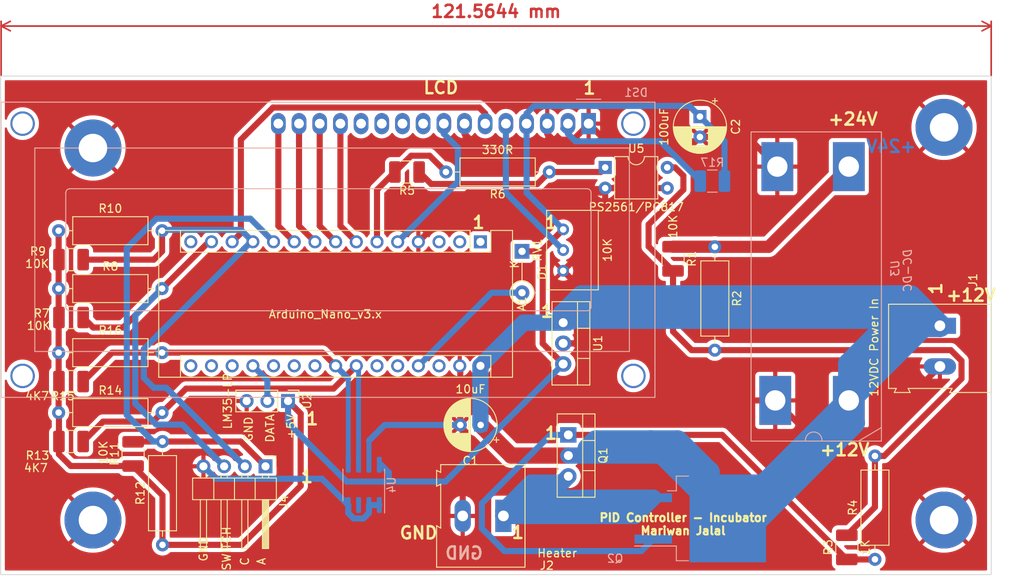
<source format=kicad_pcb>
(kicad_pcb (version 20211014) (generator pcbnew)
  (title_block (title "Incubator with PID controller using Arduino") (date "2020-08-28") (rev "1.0"))
  (layers (0 "F.Cu" signal) (31 "B.Cu" signal) (34 "B.Paste" user) (35 "F.Paste" user) (36 "B.SilkS" user "B.Silkscreen") (37 "F.SilkS" user "F.Silkscreen") (38 "B.Mask" user) (39 "F.Mask" user) (44 "Edge.Cuts" user))
  (net 0 "")
  (net 1 "/ROTARY_SWITCH")
  (net 2 "GND")
  (net 3 "/A")
  (net 4 "+5V")
  (net 5 "PWM_Signal")
  (net 6 "+24V")
  (net 7 "Net-(Q1-Pad1)")
  (net 8 "SCL")
  (net 9 "Net-(DS1-Pad5)")
  (net 10 "+12V")
  (net 11 "/HeaterPowerOut")
  (net 12 "Net-(A1-Pad19)")
  (net 13 "Net-(U4-Pad3)")
  (net 14 "Net-(A1-Pad16)")
  (net 15 "Net-(A1-Pad15)")
  (net 16 "RS")
  (net 17 "Net-(A1-Pad28)")
  (net 18 "Net-(A1-Pad27)")
  (net 19 "Net-(A1-Pad26)")
  (net 20 "D7")
  (net 21 "Net-(A1-Pad25)")
  (net 22 "D6")
  (net 23 "D5")
  (net 24 "D4")
  (net 25 "Net-(A1-Pad22)")
  (net 26 "Net-(A1-Pad21)")
  (net 27 "EN")
  (net 28 "Net-(A1-Pad20)")
  (net 29 "Net-(A1-Pad3)")
  (net 30 "Net-(A1-Pad18)")
  (net 31 "Net-(A1-Pad2)")
  (net 32 "Net-(A1-Pad17)")
  (net 33 "Net-(A1-Pad1)")
  (net 34 "Net-(DS1-Pad12)")
  (net 35 "Net-(DS1-Pad11)")
  (net 36 "Net-(DS1-Pad10)")
  (net 37 "Net-(DS1-Pad9)")
  (net 38 "SDA")
  (net 39 "Net-(R5-Pad1)")
  (net 40 "Net-(R1-Pad2)")
  (net 41 "Net-(DS1-Pad2)")
  (net 42 "/ROTARY_DATA")
  (footprint "Connector_PinHeader_2.54mm:PinHeader_1x04_P2.54mm_Horizontal" (layer "F.Cu") (at 109.728 102.616 -90)
    (fp_text reference "J4" (at 4.385 -2.27 90) (layer "F.SilkS"))
    (fp_text value "Rotary Encoder")
    (pad "1" thru_hole rect locked (at 0 0 270) (size 1.7 1.7) (drill 1) (layers *.Cu *.Mask) (net 3 "/A"))
    (pad "2" thru_hole oval locked (at 0 2.54 270) (size 1.7 1.7) (drill 1) (layers *.Cu *.Mask) (net 42 "/ROTARY_DATA"))
    (pad "3" thru_hole oval locked (at 0 5.08 270) (size 1.7 1.7) (drill 1) (layers *.Cu *.Mask) (net 1 "/ROTARY_SWITCH"))
    (pad "4" thru_hole oval locked (at 0 7.62 270) (size 1.7 1.7) (drill 1) (layers *.Cu *.Mask) (net 2 "GND"))
  )
  (footprint "Potentiometer_THT:Potentiometer_Bourns_3299W_Vertical" (layer "F.Cu") (at 146.277018 73.504991 90)
    (fp_text reference "RV1" (at -2.54 -3.16 90) (layer "F.SilkS"))
    (fp_text value "10K" (at -2.54 5.44 90) (layer "F.SilkS"))
    (pad "1" thru_hole circle locked (at 0 0 90) (size 1.44 1.44) (drill 0.8) (layers *.Cu *.Mask) (net 4 "+5V"))
    (pad "2" thru_hole circle locked (at -2.54 0 90) (size 1.44 1.44) (drill 0.8) (layers *.Cu *.Mask) (net 9 "Net-(DS1-Pad5)"))
    (pad "3" thru_hole circle locked (at -5.08 0 90) (size 1.44 1.44) (drill 0.8) (layers *.Cu *.Mask) (net 2 "GND"))
  )
  (footprint "Capacitor_THT:CP_Radial_D6.3mm_P2.50mm" (layer "F.Cu") (at 136.144 97.536 180)
    (fp_text reference "C1" (at 1.25 -4.4) (layer "F.SilkS"))
    (fp_text value "10uF" (at 1.25 4.4) (layer "F.SilkS"))
    (pad "1" thru_hole rect locked (at 0 0 180) (size 1.6 1.6) (drill 0.8) (layers *.Cu *.Mask) (net 10 "+12V"))
    (pad "2" thru_hole circle locked (at 2.5 0 180) (size 1.6 1.6) (drill 0.8) (layers *.Cu *.Mask) (net 2 "GND"))
  )
  (footprint "TerminalBlock:TerminalBlock_Altech_AK300-2_P5.00mm" (layer "F.Cu") (at 192.532 85.344 -90)
    (fp_text reference "J1" (at -5.588 -4.064 90) (layer "F.SilkS"))
    (fp_text value "12VDC Power In" (at 2.6416 8.0772 90) (layer "F.SilkS"))
    (pad "1" thru_hole rect locked (at 0 0 270) (size 1.98 3.96) (drill 1.32) (layers *.Cu *.Mask) (net 10 "+12V"))
    (pad "2" thru_hole oval locked (at 5 0 270) (size 1.98 3.96) (drill 1.32) (layers *.Cu *.Mask) (net 2 "GND"))
  )
  (footprint "Resistor_SMD:R_1210_3225Metric_Pad1.42x2.65mm_HandSolder" (layer "F.Cu") (at 127.1016 66.4464 180)
    (fp_text reference "R5" (at 0 -2.28) (layer "F.SilkS"))
    (fp_text value "N.A")
    (pad "1" smd roundrect locked (at -1.4875 0 180) (size 1.425 2.65) (layers "F.Cu" "F.Paste" "F.Mask") (roundrect_rratio 0.1754392982) (net 39 "Net-(R5-Pad1)"))
    (pad "2" smd roundrect locked (at 1.4875 0 180) (size 1.425 2.65) (layers "F.Cu" "F.Paste" "F.Mask") (roundrect_rratio 0.1754392982) (net 5 "PWM_Signal"))
  )
  (footprint "Package_TO_SOT_THT:TO-220-3_Vertical" (layer "F.Cu") (at 146.277018 84.963 -90)
    (fp_text reference "U1" (at 2.54 -4.27 -90) (layer "F.SilkS"))
    (fp_text value "L7805")
    (pad "1" thru_hole rect locked (at 0 0 270) (size 1.905 2) (drill 1.1) (layers *.Cu *.Mask) (net 10 "+12V"))
    (pad "2" thru_hole oval locked (at 2.54 0 270) (size 1.905 2) (drill 1.1) (layers *.Cu *.Mask) (net 2 "GND"))
    (pad "3" thru_hole oval locked (at 5.08 0 270) (size 1.905 2) (drill 1.1) (layers *.Cu *.Mask) (net 4 "+5V"))
  )
  (footprint "Resistor_SMD:R_1210_3225Metric_Pad1.42x2.65mm_HandSolder" (layer "F.Cu") (at 181.102 112.5728 90)
    (fp_text reference "R3" (at 0 -2.28 90) (layer "F.SilkS"))
    (fp_text value "1K" (at 0 2.28 90) (layer "F.SilkS"))
    (pad "1" smd roundrect locked (at -1.4875 0 90) (size 1.425 2.65) (layers "F.Cu" "F.Paste" "F.Mask") (roundrect_rratio 0.1754392982) (net 7 "Net-(Q1-Pad1)"))
    (pad "2" smd roundrect locked (at 1.4875 0 90) (size 1.425 2.65) (layers "F.Cu" "F.Paste" "F.Mask") (roundrect_rratio 0.1754392982) (net 40 "Net-(R1-Pad2)"))
  )
  (footprint "Resistor_THT:R_Axial_DIN0309_L9.0mm_D3.2mm_P12.70mm_Horizontal" (layer "F.Cu") (at 84.328 96.012)
    (fp_text reference "R14" (at 6.35 -2.72) (layer "F.SilkS"))
    (fp_text value "N.A")
    (pad "1" thru_hole circle locked (at 0 0) (size 1.6 1.6) (drill 0.8) (layers *.Cu *.Mask) (net 4 "+5V"))
    (pad "2" thru_hole oval locked (at 12.7 0) (size 1.6 1.6) (drill 0.8) (layers *.Cu *.Mask) (net 8 "SCL"))
  )
  (footprint "Resistor_THT:R_Axial_DIN0309_L9.0mm_D3.2mm_P12.70mm_Horizontal" (layer "F.Cu") (at 164.8968 75.6412 -90)
    (fp_text reference "R2" (at 6.35 -2.72 90) (layer "F.SilkS"))
    (fp_text value "N.A")
    (pad "1" thru_hole circle locked (at 0 0 270) (size 1.6 1.6) (drill 0.8) (layers *.Cu *.Mask) (net 6 "+24V"))
    (pad "2" thru_hole oval locked (at 12.7 0 270) (size 1.6 1.6) (drill 0.8) (layers *.Cu *.Mask) (net 40 "Net-(R1-Pad2)"))
  )
  (footprint "Resistor_SMD:R_1210_3225Metric_Pad1.42x2.65mm_HandSolder" (layer "F.Cu") (at 159.766 77.1144 -90)
    (fp_text reference "R1" (at 0 -2.28 90) (layer "F.SilkS"))
    (fp_text value "10K" (at -3.9624 0 90) (layer "F.SilkS"))
    (pad "1" smd roundrect locked (at -1.4875 0 270) (size 1.425 2.65) (layers "F.Cu" "F.Paste" "F.Mask") (roundrect_rratio 0.1754392982) (net 6 "+24V"))
    (pad "2" smd roundrect locked (at 1.4875 0 270) (size 1.425 2.65) (layers "F.Cu" "F.Paste" "F.Mask") (roundrect_rratio 0.1754392982) (net 40 "Net-(R1-Pad2)"))
  )
  (footprint "MountingHole:MountingHole_3.5mm_Pad" (layer "F.Cu") (at 193.04 109.22)
    (fp_text reference "Hole3" hide)
    (fp_text value "MountingHole_3.5mm_Pad")
    (pad "3" thru_hole circle locked (at 0 0) (size 7 7) (drill 3.5) (layers *.Cu *.Mask) (net 2 "GND"))
  )
  (footprint "Resistor_SMD:R_1210_3225Metric_Pad1.42x2.65mm_HandSolder" (layer "F.Cu") (at 93.472 101.092 90)
    (fp_text reference "R11" (at 0 -2.28 270) (layer "F.SilkS"))
    (fp_text value "10K" (at 0.1667 -3.6576 270) (layer "F.SilkS"))
    (pad "1" smd roundrect locked (at -1.4875 0 90) (size 1.425 2.65) (layers "F.Cu" "F.Paste" "F.Mask") (roundrect_rratio 0.1754392982) (net 4 "+5V"))
    (pad "2" smd roundrect locked (at 1.4875 0 90) (size 1.425 2.65) (layers "F.Cu" "F.Paste" "F.Mask") (roundrect_rratio 0.1754392982) (net 3 "/A"))
  )
  (footprint "Diode_THT:D_A-405_P5.08mm_Vertical_KathodeUp" (layer "F.Cu") (at 141.224 76.2 -90)
    (fp_text reference "D1" (at 2.54 -2.47 90) (layer "F.SilkS"))
    (fp_text value "D_Schottky")
    (fp_text user "K" (at 1.6 0.9 90) (layer "F.SilkS"))
    (pad "1" thru_hole rect locked (at 0 0 270) (size 1.8 1.8) (drill 0.9) (layers *.Cu *.Mask) (net 4 "+5V"))
    (pad "2" thru_hole oval locked (at 5.08 0 270) (size 1.8 1.8) (drill 0.9) (layers *.Cu *.Mask) (net 18 "Net-(A1-Pad27)"))
  )
  (footprint "Capacitor_THT:CP_Radial_D6.3mm_P2.50mm" (layer "F.Cu") (at 163.068 59.6392 -90)
    (fp_text reference "C2" (at 1.25 -4.4 90) (layer "F.SilkS"))
    (fp_text value "100uF" (at 1.25 4.4 90) (layer "F.SilkS"))
    (pad "1" thru_hole rect locked (at 0 0 270) (size 1.6 1.6) (drill 0.8) (layers *.Cu *.Mask) (net 4 "+5V"))
    (pad "2" thru_hole circle locked (at 2.5 0 270) (size 1.6 1.6) (drill 0.8) (layers *.Cu *.Mask) (net 2 "GND"))
  )
  (footprint "Resistor_SMD:R_1210_3225Metric_Pad1.42x2.65mm_HandSolder" (layer "F.Cu") (at 85.852 92.202)
    (fp_text reference "R15" (at -1.016 1.778) (layer "F.SilkS"))
    (fp_text value "4K7" (at -4.1656 1.778) (layer "F.SilkS"))
    (pad "1" smd roundrect locked (at -1.4875 0) (size 1.425 2.65) (layers "F.Cu" "F.Paste" "F.Mask") (roundrect_rratio 0.1754392982) (net 4 "+5V"))
    (pad "2" smd roundrect locked (at 1.4875 0) (size 1.425 2.65) (layers "F.Cu" "F.Paste" "F.Mask") (roundrect_rratio 0.1754392982) (net 38 "SDA"))
  )
  (footprint "MountingHole:MountingHole_3.5mm_Pad" (layer "F.Cu") (at 88.9 109.22)
    (fp_text reference "Hole2" hide)
    (fp_text value "MountingHole_3.5mm_Pad")
    (pad "2" thru_hole circle locked (at -0.36 0) (size 7 7) (drill 3.5) (layers *.Cu *.Mask) (net 2 "GND"))
  )
  (footprint "MountingHole:MountingHole_3.5mm_Pad" (layer "F.Cu") (at 193.04 60.96)
    (fp_text reference "Hole4" hide)
    (fp_text value "MountingHole_3.5mm_Pad")
    (pad "4" thru_hole circle locked (at 0 0) (size 7 7) (drill 3.5) (layers *.Cu *.Mask) (net 2 "GND"))
  )
  (footprint "Module:Arduino_Nano" (layer "F.Cu") (at 136.117018 75.028991 -90)
    (fp_text reference "A1" (at 7.62 -5.08 90) (layer "F.SilkS"))
    (fp_text value "Arduino_Nano_v3.x" (at 8.89 19.05) (layer "F.SilkS"))
    (pad "1" thru_hole rect locked (at 0 0 270) (size 1.6 1.6) (drill 1) (layers *.Cu *.Mask) (net 33 "Net-(A1-Pad1)"))
    (pad "2" thru_hole oval locked (at 0 2.54 270) (size 1.6 1.6) (drill 1) (layers *.Cu *.Mask) (net 31 "Net-(A1-Pad2)"))
    (pad "3" thru_hole oval locked (at 0 5.08 270) (size 1.6 1.6) (drill 1) (layers *.Cu *.Mask) (net 29 "Net-(A1-Pad3)"))
    (pad "4" thru_hole oval locked (at 0 7.62 270) (size 1.6 1.6) (drill 1) (layers *.Cu *.Mask) (net 2 "GND"))
    (pad "5" thru_hole oval locked (at 0 10.16 270) (size 1.6 1.6) (drill 1) (layers *.Cu *.Mask) (net 27 "EN"))
    (pad "6" thru_hole oval locked (at 0 12.7 270) (size 1.6 1.6) (drill 1) (layers *.Cu *.Mask) (net 5 "PWM_Signal"))
    (pad "7" thru_hole oval locked (at 0 15.24 270) (size 1.6 1.6) (drill 1) (layers *.Cu *.Mask) (net 24 "D4"))
    (pad "8" thru_hole oval locked (at 0 17.78 270) (size 1.6 1.6) (drill 1) (layers *.Cu *.Mask) (net 23 "D5"))
    (pad "9" thru_hole oval locked (at 0 20.32 270) (size 1.6 1.6) (drill 1) (layers *.Cu *.Mask) (net 22 "D6"))
    (pad "10" thru_hole oval locked (at 0 22.86 270) (size 1.6 1.6) (drill 1) (layers *.Cu *.Mask) (net 20 "D7"))
    (pad "11" thru_hole oval locked (at 0 25.4 270) (size 1.6 1.6) (drill 1) (layers *.Cu *.Mask) (net 3 "/A"))
    (pad "12" thru_hole oval locked (at 0 27.94 270) (size 1.6 1.6) (drill 1) (layers *.Cu *.Mask) (net 42 "/ROTARY_DATA"))
    (pad "13" thru_hole oval locked (at 0 30.48 270) (size 1.6 1.6) (drill 1) (layers *.Cu *.Mask) (net 16 "RS"))
    (pad "14" thru_hole oval locked (at 0 33.02 270) (size 1.6 1.6) (drill 1) (layers *.Cu *.Mask) (net 1 "/ROTARY_SWITCH"))
    (pad "15" thru_hole oval locked (at 0 35.56 270) (size 1.6 1.6) (drill 1) (layers *.Cu *.Mask) (net 15 "Net-(A1-Pad15)"))
    (pad "16" thru_hole oval locked (at 15.24 35.56 270) (size 1.6 1.6) (drill 1) (layers *.Cu *.Mask) (net 14 "Net-(A1-Pad16)"))
    (pad "17" thru_hole oval locked (at 15.24 33.02 270) (size 1.6 1.6) (drill 1) (layers *.Cu *.Mask) (net 32 "Net-(A1-Pad17)"))
    (pad "18" thru_hole oval locked (at 15.24 30.48 270) (size 1.6 1.6) (drill 1) (layers *.Cu *.Mask) (net 30 "Net-(A1-Pad18)"))
    (pad "19" thru_hole oval locked (at 15.24 27.94 270) (size 1.6 1.6) (drill 1) (layers *.Cu *.Mask) (net 12 "Net-(A1-Pad19)"))
    (pad "20" thru_hole oval locked (at 15.24 25.4 270) (size 1.6 1.6) (drill 1) (layers *.Cu *.Mask) (net 28 "Net-(A1-Pad20)"))
    (pad "21" thru_hole oval locked (at 15.24 22.86 270) (size 1.6 1.6) (drill 1) (layers *.Cu *.Mask) (net 26 "Net-(A1-Pad21)"))
    (pad "22" thru_hole oval locked (at 15.24 20.32 270) (size 1.6 1.6) (drill 1) (layers *.Cu *.Mask) (net 25 "Net-(A1-Pad22)"))
    (pad "23" thru_hole oval locked (at 15.24 17.78 270) (size 1.6 1.6) (drill 1) (layers *.Cu *.Mask) (net 38 "SDA"))
    (pad "24" thru_hole oval locked (at 15.24 15.24 270) (size 1.6 1.6) (drill 1) (layers *.Cu *.Mask) (net 8 "SCL"))
    (pad "25" thru_hole oval locked (at 15.24 12.7 270) (size 1.6 1.6) (drill 1) (layers *.Cu *.Mask) (net 21 "Net-(A1-Pad25)"))
    (pad "26" thru_hole oval locked (at 15.24 10.16 270) (size 1.6 1.6) (drill 1) (layers *.Cu *.Mask) (net 19 "Net-(A1-Pad26)"))
    (pad "27" thru_hole oval locked (at 15.24 7.62 270) (size 1.6 1.6) (drill 1) (layers *.Cu *.Mask) (net 18 "Net-(A1-Pad27)"))
    (pad "28" thru_hole oval locked (at 15.24 5.08 270) (size 1.6 1.6) (drill 1) (layers *.Cu *.Mask) (net 17 "Net-(A1-Pad28)"))
    (pad "29" thru_hole oval locked (at 15.24 2.54 270) (size 1.6 1.6) (drill 1) (layers *.Cu *.Mask) (net 2 "GND"))
    (pad "30" thru_hole oval locked (at 15.24 0 270) (size 1.6 1.6) (drill 1) (layers *.Cu *.Mask) (net 10 "+12V"))
  )
  (footprint "Connector_PinHeader_2.54mm:PinHeader_1x03_P2.54mm_Vertical" (layer "F.Cu") (at 112.495018 94.586991 -90)
    (fp_text reference "U2" (at 0 -2.33 90) (layer "F.SilkS"))
    (fp_text value "LM35-LP" (at 0 7.41 90) (layer "F.SilkS"))
    (pad "1" thru_hole rect locked (at 0 0 270) (size 1.7 1.7) (drill 1) (layers *.Cu *.Mask) (net 4 "+5V"))
    (pad "2" thru_hole oval locked (at 0 2.54 270) (size 1.7 1.7) (drill 1) (layers *.Cu *.Mask) (net 12 "Net-(A1-Pad19)"))
    (pad "3" thru_hole oval locked (at 0 5.08 270) (size 1.7 1.7) (drill 1) (layers *.Cu *.Mask) (net 2 "GND"))
  )
  (footprint "Package_DIP:DIP-4_W7.62mm" (layer "F.Cu") (at 151.4348 65.8876)
    (fp_text reference "U5" (at 3.81 -2.33) (layer "F.SilkS"))
    (fp_text value "PS2561/PC817" (at 3.81 4.87) (layer "F.SilkS"))
    (pad "1" thru_hole rect locked (at 0 0) (size 1.6 1.6) (drill 0.8) (layers *.Cu *.Mask) (net 39 "Net-(R5-Pad1)"))
    (pad "2" thru_hole oval locked (at 0 2.54) (size 1.6 1.6) (drill 0.8) (layers *.Cu *.Mask) (net 2 "GND"))
    (pad "3" thru_hole oval locked (at 7.62 2.54) (size 1.6 1.6) (drill 0.8) (layers *.Cu *.Mask) (net 2 "GND"))
    (pad "4" thru_hole oval locked (at 7.62 0) (size 1.6 1.6) (drill 0.8) (layers *.Cu *.Mask) (net 40 "Net-(R1-Pad2)"))
  )
  (footprint "Resistor_THT:R_Axial_DIN0309_L9.0mm_D3.2mm_P12.70mm_Horizontal" (layer "F.Cu") (at 184.5564 114.046 90)
    (fp_text reference "R4" (at 6.35 -2.72 90) (layer "F.SilkS"))
    (fp_text value "N.A")
    (pad "1" thru_hole circle locked (at 0 0 90) (size 1.6 1.6) (drill 0.8) (layers *.Cu *.Mask) (net 7 "Net-(Q1-Pad1)"))
    (pad "2" thru_hole oval locked (at 12.7 0 90) (size 1.6 1.6) (drill 0.8) (layers *.Cu *.Mask) (net 40 "Net-(R1-Pad2)"))
  )
  (footprint "Resistor_SMD:R_1210_3225Metric_Pad1.42x2.65mm_HandSolder" (layer "F.Cu") (at 85.852 84.328)
    (fp_text reference "R7" (at -3.6068 -0.508) (layer "F.SilkS"))
    (fp_text value "10K" (at -3.9624 1.016) (layer "F.SilkS"))
    (pad "1" smd roundrect locked (at -1.4875 0) (size 1.425 2.65) (layers "F.Cu" "F.Paste" "F.Mask") (roundrect_rratio 0.1754392982) (net 4 "+5V"))
    (pad "2" smd roundrect locked (at 1.4875 0) (size 1.425 2.65) (layers "F.Cu" "F.Paste" "F.Mask") (roundrect_rratio 0.1754392982) (net 1 "/ROTARY_SWITCH"))
  )
  (footprint "Resistor_THT:R_Axial_DIN0309_L9.0mm_D3.2mm_P12.70mm_Horizontal" (layer "F.Cu") (at 84.328 73.66)
    (fp_text reference "R10" (at 6.35 -2.72) (layer "F.SilkS"))
    (fp_text value "N.A")
    (pad "1" thru_hole circle locked (at 0 0) (size 1.6 1.6) (drill 0.8) (layers *.Cu *.Mask) (net 4 "+5V"))
    (pad "2" thru_hole oval locked (at 12.7 0) (size 1.6 1.6) (drill 0.8) (layers *.Cu *.Mask) (net 42 "/ROTARY_DATA"))
  )
  (footprint "Package_TO_SOT_THT:TO-220-3_Vertical" (layer "F.Cu") (at 146.9136 98.7552 -90)
    (fp_text reference "Q1" (at 2.54 -4.27 90) (layer "F.SilkS"))
    (fp_text value "irf3205/2SK3570/IPB11N03LA ")
    (pad "1" thru_hole rect locked (at 0 0 270) (size 1.905 2) (drill 1.1) (layers *.Cu *.Mask) (net 7 "Net-(Q1-Pad1)"))
    (pad "2" thru_hole oval locked (at 2.54 0 270) (size 1.905 2) (drill 1.1) (layers *.Cu *.Mask) (net 10 "+12V"))
    (pad "3" thru_hole oval locked (at 5.08 0 270) (size 1.905 2) (drill 1.1) (layers *.Cu *.Mask) (net 11 "/HeaterPowerOut"))
  )
  (footprint "Resistor_SMD:R_1210_3225Metric_Pad1.42x2.65mm_HandSolder" (layer "F.Cu") (at 85.852 99.568)
    (fp_text reference "R13" (at -4.1148 1.7272) (layer "F.SilkS"))
    (fp_text value "4K7" (at -4.318 3.2512) (layer "F.SilkS"))
    (pad "1" smd roundrect locked (at -1.4875 0) (size 1.425 2.65) (layers "F.Cu" "F.Paste" "F.Mask") (roundrect_rratio 0.1754392982) (net 4 "+5V"))
    (pad "2" smd roundrect locked (at 1.4875 0) (size 1.425 2.65) (layers "F.Cu" "F.Paste" "F.Mask") (roundrect_rratio 0.1754392982) (net 8 "SCL"))
  )
  (footprint "Resistor_THT:R_Axial_DIN0309_L9.0mm_D3.2mm_P12.70mm_Horizontal" (layer "F.Cu") (at 144.5768 66.4464 180)
    (fp_text reference "R6" (at 6.35 -2.72) (layer "F.SilkS"))
    (fp_text value "330R" (at 6.35 2.72) (layer "F.SilkS"))
    (pad "1" thru_hole circle locked (at 0 0 180) (size 1.6 1.6) (drill 0.8) (layers *.Cu *.Mask) (net 39 "Net-(R5-Pad1)"))
    (pad "2" thru_hole oval locked (at 12.7 0 180) (size 1.6 1.6) (drill 0.8) (layers *.Cu *.Mask) (net 5 "PWM_Signal"))
  )
  (footprint "MountingHole:MountingHole_3.5mm_Pad" (layer "F.Cu") (at 88.392 63.5)
    (fp_text reference "Hole1" hide)
    (fp_text value "MountingHole_3.5mm_Pad")
    (pad "1" thru_hole circle locked (at 0.148 0) (size 7 7) (drill 3.5) (layers *.Cu *.Mask) (net 2 "GND"))
  )
  (footprint "Resistor_THT:R_Axial_DIN0309_L9.0mm_D3.2mm_P12.70mm_Horizontal" (layer "F.Cu") (at 84.328 88.646)
    (fp_text reference "R16" (at 6.35 -2.72) (layer "F.SilkS"))
    (fp_text value "N.A")
    (pad "1" thru_hole circle locked (at 0 0) (size 1.6 1.6) (drill 0.8) (layers *.Cu *.Mask) (net 4 "+5V"))
    (pad "2" thru_hole oval locked (at 12.7 0) (size 1.6 1.6) (drill 0.8) (layers *.Cu *.Mask) (net 38 "SDA"))
  )
  (footprint "Resistor_THT:R_Axial_DIN0309_L9.0mm_D3.2mm_P12.70mm_Horizontal" (layer "F.Cu") (at 97.0788 112.268 90)
    (fp_text reference "R12" (at 6.35 -2.72 90) (layer "F.SilkS"))
    (fp_text value "N.A")
    (pad "1" thru_hole circle locked (at 0 0 90) (size 1.6 1.6) (drill 0.8) (layers *.Cu *.Mask) (net 4 "+5V"))
    (pad "2" thru_hole oval locked (at 12.7 0 90) (size 1.6 1.6) (drill 0.8) (layers *.Cu *.Mask) (net 3 "/A"))
  )
  (footprint "Resistor_THT:R_Axial_DIN0309_L9.0mm_D3.2mm_P12.70mm_Horizontal" (layer "F.Cu") (at 84.328 80.772)
    (fp_text reference "R8" (at 6.35 -2.72) (layer "F.SilkS"))
    (fp_text value "N.A")
    (pad "1" thru_hole circle locked (at 0 0) (size 1.6 1.6) (drill 0.8) (layers *.Cu *.Mask) (net 4 "+5V"))
    (pad "2" thru_hole oval locked (at 12.7 0) (size 1.6 1.6) (drill 0.8) (layers *.Cu *.Mask) (net 1 "/ROTARY_SWITCH"))
  )
  (footprint "Resistor_SMD:R_1210_3225Metric_Pad1.42x2.65mm_HandSolder" (layer "F.Cu") (at 85.852 77.216)
    (fp_text reference "R9" (at -4.064 -1.016) (layer "F.SilkS"))
    (fp_text value "10K" (at -4.1656 0.508) (layer "F.SilkS"))
    (pad "1" smd roundrect locked (at -1.4875 0) (size 1.425 2.65) (layers "F.Cu" "F.Paste" "F.Mask") (roundrect_rratio 0.1754392982) (net 4 "+5V"))
    (pad "2" smd roundrect locked (at 1.4875 0) (size 1.425 2.65) (layers "F.Cu" "F.Paste" "F.Mask") (roundrect_rratio 0.1754392982) (net 42 "/ROTARY_DATA"))
  )
  (footprint "TerminalBlock:TerminalBlock_Altech_AK300-2_P5.00mm" (layer "F.Cu") (at 138.938 108.712 180)
    (fp_text reference "J2" (at -5.334 -6.096) (layer "F.SilkS"))
    (fp_text value "Heater" (at -6.604 -4.572) (layer "F.SilkS"))
    (pad "1" thru_hole rect locked (at 0 0 180) (size 1.98 3.96) (drill 1.32) (layers *.Cu *.Mask) (net 11 "/HeaterPowerOut"))
    (pad "2" thru_hole oval locked (at 5 0 180) (size 1.98 3.96) (drill 1.32) (layers *.Cu *.Mask) (net 2 "GND"))
  )
  (footprint "Package_SO:SOIC-8_3.9x4.9mm_P1.27mm" (layer "B.Cu") (at 121.793 104.902 90)
    (fp_text reference "U4" (at 0 3.4 270) (layer "B.SilkS") (effects (justify mirror)))
    (fp_text value "CAT24C128")
    (pad "1" smd roundrect locked (at -2.475 1.905 90) (size 1.95 0.6) (layers "B.Cu" "B.Paste" "B.Mask") (net 2 "GND"))
    (pad "2" smd roundrect locked (at -2.475 0.635 90) (size 1.95 0.6) (layers "B.Cu" "B.Paste" "B.Mask") (net 2 "GND"))
    (pad "3" smd roundrect locked (at -2.475 -0.635 90) (size 1.95 0.6) (layers "B.Cu" "B.Paste" "B.Mask") (net 13 "Net-(U4-Pad3)"))
    (pad "4" smd roundrect locked (at -2.475 -1.905 90) (size 1.95 0.6) (layers "B.Cu" "B.Paste" "B.Mask") (net 2 "GND"))
    (pad "5" smd roundrect locked (at 2.475 -1.905 90) (size 1.95 0.6) (layers "B.Cu" "B.Paste" "B.Mask") (net 38 "SDA"))
    (pad "6" smd roundrect locked (at 2.475 -0.635 90) (size 1.95 0.6) (layers "B.Cu" "B.Paste" "B.Mask") (net 8 "SCL"))
    (pad "7" smd roundrect locked (at 2.475 0.635 90) (size 1.95 0.6) (layers "B.Cu" "B.Paste" "B.Mask") (net 2 "GND"))
    (pad "8" smd roundrect locked (at 2.475 1.905 90) (size 1.95 0.6) (layers "B.Cu" "B.Paste" "B.Mask") (net 4 "+5V"))
  )
  (footprint "Package_TO_SOT_SMD:TO-263-2" (layer "B.Cu") (at 163.1188 109.0168)
    (fp_text reference "Q2" (at -10.4648 4.9276) (layer "B.SilkS") (effects (justify mirror)))
    (fp_text value "N.A")
    (pad "1" smd rect locked (at -5.775 2.54) (size 4.6 1.1) (layers "B.Cu" "B.Paste" "B.Mask") (net 7 "Net-(Q1-Pad1)"))
    (pad "2" smd rect locked (at 3.375 0) (size 9.4 10.8) (layers "B.Cu" "B.Mask") (net 10 "+12V"))
    (pad "3" smd rect locked (at -5.775 -2.54) (size 4.6 1.1) (layers "B.Cu" "B.Paste" "B.Mask") (net 11 "/HeaterPowerOut"))
  )
  (footprint "mt3608:MT3608" (layer "B.Cu") (at 190.3476 80.518 90)
    (fp_text reference "U3" (at 2.286 -3.302 90 unlocked) (layer "B.SilkS") (effects (font (thickness 0.15) italic) (justify mirror)))
    (fp_text value "MT3608")
    (fp_text user "DC-DC" (at 2.032 -1.778 90 unlocked) (layer "B.SilkS") (effects (font (thickness 0.15) italic) (justify mirror)))
    (pad "1" thru_hole rect locked (at -14 -9 90) (size 6 3.9) (drill 2.5) (layers *.Cu *.Mask) (net 10 "+12V"))
    (pad "2" thru_hole rect locked (at -14 -18.034 90) (size 6 3.9) (drill 2.5) (layers *.Cu *.Mask) (net 2 "GND"))
    (pad "3" thru_hole rect locked (at 14.732 -9 90) (size 6 3.9) (drill 2.5) (layers *.Cu *.Mask) (net 6 "+24V"))
    (pad "4" thru_hole rect locked (at 14.732 -17.78 90) (size 6 3.9) (drill 2.5) (layers *.Cu *.Mask) (net 2 "GND"))
  )
  (footprint "Display:WC1602A" (layer "B.Cu") (at 149.4028 60.5028 180)
    (fp_text reference "DS1" (at -5.82 3.81) (layer "B.SilkS") (effects (justify mirror)))
    (fp_text value "HY1602E")
    (pad "" thru_hole circle locked (at -5.4991 -31.0007 180) (size 3 3) (drill 2.5) (layers *.Cu *.Mask))
    (pad "" thru_hole circle locked (at -5.4991 0 180) (size 3 3) (drill 2.5) (layers *.Cu *.Mask))
    (pad "" thru_hole circle locked (at 69.5 0 180) (size 3 3) (drill 2.5) (layers *.Cu *.Mask))
    (pad "" thru_hole circle locked (at 69.49948 -31.0007 180) (size 3 3) (drill 2.5) (layers *.Cu *.Mask))
    (pad "1" thru_hole rect locked (at 0 0 180) (size 1.8 2.6) (drill 1.2) (layers *.Cu *.Mask) (net 2 "GND"))
    (pad "2" thru_hole oval locked (at 2.54 0 180) (size 1.8 2.6) (drill 1.2) (layers *.Cu *.Mask) (net 41 "Net-(DS1-Pad2)"))
    (pad "3" thru_hole oval locked (at 5.08 0 180) (size 1.8 2.6) (drill 1.2) (layers *.Cu *.Mask) (net 2 "GND"))
    (pad "4" thru_hole oval locked (at 7.62 0 180) (size 1.8 2.6) (drill 1.2) (layers *.Cu *.Mask) (net 4 "+5V"))
    (pad "5" thru_hole oval locked (at 10.16 0 180) (size 1.8 2.6) (drill 1.2) (layers *.Cu *.Mask) (net 9 "Net-(DS1-Pad5)"))
    (pad "6" thru_hole oval locked (at 12.7 0 180) (size 1.8 2.6) (drill 1.2) (layers *.Cu *.Mask) (net 16 "RS"))
    (pad "7" thru_hole oval locked (at 15.24 0 180) (size 1.8 2.6) (drill 1.2) (layers *.Cu *.Mask) (net 2 "GND"))
    (pad "8" thru_hole oval locked (at 17.78 0 180) (size 1.8 2.6) (drill 1.2) (layers *.Cu *.Mask) (net 27 "EN"))
    (pad "9" thru_hole oval locked (at 20.32 0 180) (size 1.8 2.6) (drill 1.2) (layers *.Cu *.Mask) (net 37 "Net-(DS1-Pad9)"))
    (pad "10" thru_hole oval locked (at 22.86 0 180) (size 1.8 2.6) (drill 1.2) (layers *.Cu *.Mask) (net 36 "Net-(DS1-Pad10)"))
    (pad "11" thru_hole oval locked (at 25.4 0 180) (size 1.8 2.6) (drill 1.2) (layers *.Cu *.Mask) (net 35 "Net-(DS1-Pad11)"))
    (pad "12" thru_hole oval locked (at 27.94 0 180) (size 1.8 2.6) (drill 1.2) (layers *.Cu *.Mask) (net 34 "Net-(DS1-Pad12)"))
    (pad "13" thru_hole oval locked (at 30.48 0 180) (size 1.8 2.6) (drill 1.2) (layers *.Cu *.Mask) (net 24 "D4"))
    (pad "14" thru_hole oval locked (at 33.02 0 180) (size 1.8 2.6) (drill 1.2) (layers *.Cu *.Mask) (net 23 "D5"))
    (pad "15" thru_hole oval locked (at 35.56 0 180) (size 1.8 2.6) (drill 1.2) (layers *.Cu *.Mask) (net 22 "D6"))
    (pad "16" thru_hole oval locked (at 38.1 0 180) (size 1.8 2.6) (drill 1.2) (layers *.Cu *.Mask) (net 20 "D7"))
  )
  (footprint "Resistor_SMD:R_1210_3225Metric_Pad1.42x2.65mm_HandSolder" (layer "B.Cu") (at 164.592 67.564 180)
    (fp_text reference "R17" (at 0 2.28) (layer "B.SilkS") (effects (justify mirror)))
    (fp_text value "270R")
    (pad "1" smd roundrect locked (at -1.4875 0 180) (size 1.425 2.65) (layers "B.Cu" "B.Paste" "B.Mask") (roundrect_rratio 0.175439) (net 4 "+5V"))
    (pad "2" smd roundrect locked (at 1.4875 0 180) (size 1.425 2.65) (layers "B.Cu" "B.Paste" "B.Mask") (roundrect_rratio 0.175439) (net 41 "Net-(DS1-Pad2)"))
  )
  (gr_rect (start 77.216 54.6608) (end 198.8312 115.9256) (layer "Edge.Cuts") (width 0.1) (fill none))
  (gr_text "+24V" (at 186.5376 63.2968) (layer "B.Cu") (effects (font (size 1.5 1.5) (thickness 0.3)) (justify mirror)))
  (gr_text "GND" (at 134.112 113.284) (layer "B.SilkS") (effects (font (size 1.5 1.5) (thickness 0.3)) (justify mirror)))
  (gr_text "+24V" (at 181.864 59.944) (layer "F.SilkS") (effects (font (size 1.5 1.5) (thickness 0.3))))
  (gr_text "1" (at 115.4684 96.774) (layer "F.SilkS") (effects (font (size 1.5 1.5) (thickness 0.3))))
  (gr_text "GND" (at 128.523999 110.7965) (layer "F.SilkS") (effects (font (size 1.5 1.5) (thickness 0.3))))
  (gr_text "1" (at 192.024 80.772 90) (layer "F.SilkS") (effects (font (size 1.5 1.5) (thickness 0.3))))
  (gr_text "SWITCH" (at 104.9528 112.716 90) (layer "F.SilkS") (effects (font (size 1 1))))
  (gr_text "PID Controller - Incubator \nMariwan Jalal " (at 161.3916 109.728) (layer "F.SilkS") (effects (font (size 1 1) (thickness 0.25))))
  (gr_text "1" (at 144.78 72.644) (layer "F.SilkS") (effects (font (size 1.5 1.5) (thickness 0.3))))
  (gr_text "+5V" (at 112.8776 97.7392 90) (layer "F.SilkS") (effects (font (size 1 1))))
  (gr_text "GND" (at 102.108 112.776 90) (layer "F.SilkS") (effects (font (size 1 1))))
  (gr_text "GND" (at 107.6452 98.044 90) (layer "F.SilkS") (effects (font (size 1 1))))
  (gr_text "1" (at 140.716 110.744) (layer "F.SilkS") (effects (font (size 1.5 1.5) (thickness 0.3))))
  (gr_text "A" (at 109.22 114.3 90) (layer "F.SilkS") (effects (font (size 1 1))))
  (gr_text "1" (at 144.78 98.552) (layer "F.SilkS") (effects (font (size 1.5 1.5) (thickness 0.3))))
  (gr_text "+12V" (at 180.848 100.584) (layer "F.SilkS") (effects (font (size 1.5 1.5) (thickness 0.3))))
  (gr_text "+12V" (at 196.342 81.5865) (layer "F.SilkS") (effects (font (size 1.5 1.5) (thickness 0.3))))
  (gr_text "1" (at 114.808 103.886) (layer "F.SilkS") (effects (font (size 1.5 1.5) (thickness 0.3))))
  (gr_text "1" (at 135.89 72.644) (layer "F.SilkS") (effects (font (size 1.5 1.5) (thickness 0.3))))
  (gr_text "DATA" (at 110.2868 97.9424 90) (layer "F.SilkS") (effects (font (size 1 1))))
  (gr_text "1\n" (at 149.504399 56.1357) (layer "F.SilkS") (effects (font (size 1.5 1.5) (thickness 0.3))))
  (gr_text "1" (at 144.272 83.566) (layer "F.SilkS") (effects (font (size 1.5 1.5) (thickness 0.3))))
  (gr_text "C" (at 107.188 114.3 90) (layer "F.SilkS") (effects (font (size 1 1))))
  (gr_text "LCD" (at 131.2672 56.0832) (layer "F.SilkS") (effects (font (size 1.5 1.5) (thickness 0.3))))
  (dimension (type aligned) (layer "F.Cu") (pts (xy 77.2668 54.61) (xy 198.8312 54.61)) (height -6.096) (gr_text "121.5644 mm" (at 138.049 46.714) (layer "F.Cu") (effects (font (size 1.5 1.5) (thickness 0.3)))) (format (units 2) (units_format 1) (precision 4)) (style (thickness 0.2) (arrow_length 1.27) (text_position_mode 0) (extension_height 0.58642) (extension_offset 0) keep_text_aligned))
  (segment (start 102.771009 75.028991) (end 103.097018 75.028991) (width 0.75) (layer "F.Cu") (net 1))
  (segment (start 87.3395 84.328) (end 88.568501 85.557001) (width 0.75) (layer "F.Cu") (net 1))
  (segment (start 97.028 80.772) (end 102.771009 75.028991) (width 0.75) (layer "F.Cu") (net 1))
  (segment (start 92.242999 85.557001) (end 97.028 80.772) (width 0.75) (layer "F.Cu") (net 1))
  (segment (start 88.568501 85.557001) (end 92.242999 85.557001) (width 0.75) (layer "F.Cu") (net 1))
  (segment (start 98.757001 97.487001) (end 96.319999 97.487001) (width 0.75) (layer "B.Cu") (net 1))
  (segment (start 93.74099 84.05901) (end 97.028 80.772) (width 0.75) (layer "B.Cu") (net 1))
  (segment (start 99.519001 97.487001) (end 104.648 102.616) (width 0.75) (layer "B.Cu") (net 1))
  (segment (start 98.757001 97.487001) (end 99.519001 97.487001) (width 0.75) (layer "B.Cu") (net 1))
  (segment (start 93.74099 94.907992) (end 93.74099 84.05901) (width 0.75) (layer "B.Cu") (net 1))
  (segment (start 96.319999 97.487001) (end 93.74099 94.907992) (width 0.75) (layer "B.Cu") (net 1))
  (segment (start 158.05257 62.9412) (end 162.266 62.9412) (width 0.75) (layer "F.Cu") (net 2))
  (segment (start 133.938 97.83) (end 133.644 97.536) (width 0.75) (layer "F.Cu") (net 2))
  (segment (start 159.0548 68.4276) (end 151.4348 68.4276) (width 0.75) (layer "F.Cu") (net 2))
  (segment (start 151.4348 68.4276) (end 152.56617 68.4276) (width 0.75) (layer "F.Cu") (net 2))
  (segment (start 145.04781 62.47781) (end 147.51519 62.47781) (width 0.75) (layer "F.Cu") (net 2))
  (segment (start 146.277018 78.584991) (end 151.4348 73.427209) (width 0.75) (layer "F.Cu") (net 2))
  (segment (start 134.1628 61.7528) (end 135.3512 62.9412) (width 0.75) (layer "F.Cu") (net 2))
  (segment (start 175.988601 98.193001) (end 172.3136 94.518) (width 0.75) (layer "F.Cu") (net 2))
  (segment (start 147.952028 87.48299) (end 147.952028 80.260001) (width 0.75) (layer "F.Cu") (net 2))
  (segment (start 162.529399 62.677801) (end 163.068 62.1392) (width 0.75) (layer "F.Cu") (net 2))
  (segment (start 133.938 108.712) (end 133.938 97.83) (width 0.75) (layer "F.Cu") (net 2))
  (segment (start 151.577801 62.677801) (end 162.529399 62.677801) (width 0.75) (layer "F.Cu") (net 2))
  (segment (start 184.682999 98.193001) (end 175.988601 98.193001) (width 0.75) (layer "F.Cu") (net 2))
  (segment (start 147.952028 80.260001) (end 146.277018 78.584991) (width 0.75) (layer "F.Cu") (net 2))
  (segment (start 128.497018 75.028991) (end 134.554599 68.97141) (width 0.75) (layer "F.Cu") (net 2))
  (segment (start 134.554599 68.97141) (end 150.89099 68.97141) (width 0.75) (layer "F.Cu") (net 2))
  (segment (start 163.068 62.1392) (end 168.9208 62.1392) (width 0.75) (layer "F.Cu") (net 2))
  (segment (start 135.3512 62.9412) (end 158.05257 62.9412) (width 0.75) (layer "F.Cu") (net 2))
  (segment (start 133.644 97.536) (end 133.644 90.335973) (width 0.75) (layer "F.Cu") (net 2))
  (segment (start 134.1628 60.5028) (end 134.1628 61.7528) (width 0.75) (layer "F.Cu") (net 2))
  (segment (start 149.4028 60.5028) (end 151.577801 62.677801) (width 0.75) (layer "F.Cu") (net 2))
  (segment (start 133.644 90.335973) (end 133.577018 90.268991) (width 0.75) (layer "F.Cu") (net 2))
  (segment (start 150.89099 68.97141) (end 151.4348 68.4276) (width 0.75) (layer "F.Cu") (net 2))
  (segment (start 151.4348 73.427209) (end 151.4348 68.4276) (width 0.75) (layer "F.Cu") (net 2))
  (segment (start 147.51519 62.47781) (end 149.4028 60.5902) (width 0.75) (layer "F.Cu") (net 2))
  (segment (start 162.266 62.9412) (end 163.068 62.1392) (width 0.75) (layer "F.Cu") (net 2))
  (segment (start 146.277018 87.503) (end 147.932018 87.503) (width 0.75) (layer "F.Cu") (net 2))
  (segment (start 154.697398 94.518) (end 147.682398 87.503) (width 0.75) (layer "F.Cu") (net 2))
  (segment (start 168.9208 62.1392) (end 172.5676 65.786) (width 0.75) (layer "F.Cu") (net 2))
  (segment (start 192.532 90.344) (end 184.682999 98.193001) (width 0.75) (layer "F.Cu") (net 2))
  (segment (start 147.932018 87.503) (end 147.952028 87.48299) (width 0.75) (layer "F.Cu") (net 2))
  (segment (start 144.3228 60.5028) (end 144.3228 61.7528) (width 0.75) (layer "F.Cu") (net 2))
  (segment (start 144.3228 61.7528) (end 145.04781 62.47781) (width 0.75) (layer "F.Cu") (net 2))
  (segment (start 147.682398 87.503) (end 146.277018 87.503) (width 0.75) (layer "F.Cu") (net 2))
  (segment (start 149.4028 60.5902) (end 149.4028 60.5028) (width 0.75) (layer "F.Cu") (net 2))
  (segment (start 172.3136 94.518) (end 154.697398 94.518) (width 0.75) (layer "F.Cu") (net 2))
  (segment (start 152.56617 68.4276) (end 158.05257 62.9412) (width 0.75) (layer "F.Cu") (net 2))
  (segment (start 123.698 107.377) (end 122.428 107.377) (width 0.75) (layer "B.Cu") (net 2))
  (segment (start 124.3584 97.536) (end 122.4788 99.4156) (width 0.75) (layer "B.Cu") (net 2))
  (segment (start 122.428 108.352) (end 121.75299 109.02701) (width 0.75) (layer "B.Cu") (net 2))
  (segment (start 122.3772 99.5172) (end 122.428 99.568) (width 0.6) (layer "B.Cu") (net 2))
  (segment (start 121.75299 109.02701) (end 120.56301 109.02701) (width 0.75) (layer "B.Cu") (net 2))
  (segment (start 122.428 107.377) (end 122.428 108.352) (width 0.75) (layer "B.Cu") (net 2))
  (segment (start 119.888 108.352) (end 119.888 107.377) (width 0.75) (layer "B.Cu") (net 2))
  (segment (start 133.644 97.536) (end 124.3584 97.536) (width 0.75) (layer "B.Cu") (net 2))
  (segment (start 122.428 99.568) (end 122.428 101.7016) (width 0.6) (layer "B.Cu") (net 2))
  (segment (start 120.56301 109.02701) (end 119.888 108.352) (width 0.75) (layer "B.Cu") (net 2))
  (segment (start 116.65201 104.14101) (end 119.888 107.377) (width 0.75) (layer "B.Cu") (net 2))
  (segment (start 102.108 102.616) (end 103.63301 104.14101) (width 0.75) (layer "B.Cu") (net 2))
  (segment (start 103.63301 104.14101) (end 116.65201 104.14101) (width 0.75) (layer "B.Cu") (net 2))
  (segment (start 97.0788 99.568) (end 93.5085 99.568) (width 0.75) (layer "F.Cu") (net 3))
  (segment (start 106.68 99.568) (end 97.0788 99.568) (width 0.75) (layer "F.Cu") (net 3))
  (segment (start 93.5085 99.568) (end 93.472 99.6045) (width 0.75) (layer "F.Cu") (net 3))
  (segment (start 109.728 102.616) (end 106.68 99.568) (width 0.75) (layer "F.Cu") (net 3))
  (segment (start 107.873026 72.184999) (end 110.717018 75.028991) (width 0.75) (layer "B.Cu") (net 3))
  (segment (start 92.69098 75.814018) (end 96.319999 72.184999) (width 0.75) (layer "B.Cu") (net 3))
  (segment (start 97.0788 99.568) (end 95.94743 99.568) (width 0.75) (layer "B.Cu") (net 3))
  (segment (start 96.319999 72.184999) (end 107.873026 72.184999) (width 0.75) (layer "B.Cu") (net 3))
  (segment (start 95.94743 99.568) (end 92.69098 96.31155) (width 0.75) (layer "B.Cu") (net 3))
  (segment (start 92.69098 96.31155) (end 92.69098 75.814018) (width 0.75) (layer "B.Cu") (net 3))
  (segment (start 84.328 96.012) (end 84.328 73.66) (width 0.75) (layer "F.Cu") (net 4))
  (segment (start 114.047001 96.138974) (end 112.495018 94.586991) (width 0.75) (layer "F.Cu") (net 4))
  (segment (start 97.0788 106.1863) (end 93.472 102.5795) (width 0.75) (layer "F.Cu") (net 4))
  (segment (start 143.764 76.018009) (end 143.764 87.529982) (width 0.75) (layer "F.Cu") (net 4))
  (segment (start 84.3645 96.0485) (end 84.328 96.012) (width 0.75) (layer "F.Cu") (net 4))
  (segment (start 93.472 102.5795) (end 85.8155 102.5795) (width 0.75) (layer "F.Cu") (net 4))
  (segment (start 106.801002 112.268) (end 114.047001 105.022001) (width 0.75) (layer "F.Cu") (net 4))
  (segment (start 84.3645 101.1285) (end 84.3645 99.568) (width 0.75) (layer "F.Cu") (net 4))
  (segment (start 97.0788 112.268) (end 106.801002 112.268) (width 0.75) (layer "F.Cu") (net 4))
  (segment (start 85.8155 102.5795) (end 84.3645 101.1285) (width 0.75) (layer "F.Cu") (net 4))
  (segment (start 97.0788 112.268) (end 97.0788 106.1863) (width 0.75) (layer "F.Cu") (net 4))
  (segment (start 143.582009 76.2) (end 143.764 76.018009) (width 0.75) (layer "F.Cu") (net 4))
  (segment (start 143.764 87.529982) (end 146.277018 90.043) (width 0.75) (layer "F.Cu") (net 4))
  (segment (start 114.047001 105.022001) (end 114.047001 96.138974) (width 0.75) (layer "F.Cu") (net 4))
  (segment (start 146.277018 73.504991) (end 143.764 76.018009) (width 0.75) (layer "F.Cu") (net 4))
  (segment (start 141.224 76.2) (end 143.582009 76.2) (width 0.75) (layer "F.Cu") (net 4))
  (segment (start 84.3645 99.568) (end 84.3645 96.0485) (width 0.75) (layer "F.Cu") (net 4))
  (segment (start 123.8504 102.362) (end 124.8664 103.378) (width 0.75) (layer "B.Cu") (net 4))
  (segment (start 141.7828 69.010773) (end 141.7828 60.5028) (width 0.75) (layer "B.Cu") (net 4))
  (segment (start 161.756599 58.327799) (end 163.068 59.6392) (width 0.75) (layer "B.Cu") (net 4))
  (segment (start 166.0795 67.564) (end 166.0795 62.6507) (width 0.75) (layer "B.Cu") (net 4))
  (segment (start 146.277018 73.504991) (end 141.7828 69.010773) (width 0.75) (layer "B.Cu") (net 4))
  (segment (start 131.824418 104.4956) (end 124.8664 104.4956) (width 0.75) (layer "B.Cu") (net 4))
  (segment (start 146.277018 90.043) (end 131.824418 104.4956) (width 0.75) (layer "B.Cu") (net 4))
  (segment (start 112.495018 97.29902) (end 112.495018 94.586991) (width 0.75) (layer "B.Cu") (net 4))
  (segment (start 119.691598 104.4956) (end 112.495018 97.29902) (width 0.75) (layer "B.Cu") (net 4))
  (segment (start 141.7828 60.5028) (end 141.7828 59.2528) (width 0.75) (layer "B.Cu") (net 4))
  (segment (start 124.8664 104.4956) (end 119.691598 104.4956) (width 0.75) (layer "B.Cu") (net 4))
  (segment (start 141.7828 59.2528) (end 142.707801 58.327799) (width 0.75) (layer "B.Cu") (net 4))
  (segment (start 166.0795 62.6507) (end 163.068 59.6392) (width 0.75) (layer "B.Cu") (net 4))
  (segment (start 142.707801 58.327799) (end 161.756599 58.327799) (width 0.75) (layer "B.Cu") (net 4))
  (segment (start 124.8664 103.378) (end 124.8664 104.4956) (width 0.75) (layer "B.Cu") (net 4))
  (segment (start 127.61411 64.44639) (end 125.6141 66.4464) (width 0.75) (layer "F.Cu") (net 5))
  (segment (start 129.87679 64.44639) (end 127.61411 64.44639) (width 0.75) (layer "F.Cu") (net 5))
  (segment (start 123.417018 75.028991) (end 123.417018 68.643482) (width 0.75) (layer "F.Cu") (net 5))
  (segment (start 131.8768 66.4464) (end 129.87679 64.44639) (width 0.75) (layer "F.Cu") (net 5))
  (segment (start 123.417018 68.643482) (end 125.6141 66.4464) (width 0.75) (layer "F.Cu") (net 5))
  (segment (start 164.8968 75.6412) (end 171.4924 75.6412) (width 1.5) (layer "F.Cu") (net 6))
  (segment (start 171.4924 75.6412) (end 181.3476 65.786) (width 1.5) (layer "F.Cu") (net 6))
  (segment (start 164.8825 75.6269) (end 164.8968 75.6412) (width 1.5) (layer "F.Cu") (net 6))
  (segment (start 159.766 75.6269) (end 164.8825 75.6269) (width 1.5) (layer "F.Cu") (net 6))
  (segment (start 165.7969 98.7552) (end 181.102 114.0603) (width 0.75) (layer "F.Cu") (net 7))
  (segment (start 184.5421 114.0603) (end 184.5564 114.046) (width 0.75) (layer "F.Cu") (net 7))
  (segment (start 146.9136 98.7552) (end 165.7969 98.7552) (width 0.75) (layer "F.Cu") (net 7))
  (segment (start 181.102 114.0603) (end 184.5421 114.0603) (width 0.75) (layer "F.Cu") (net 7))
  (segment (start 139.070998 113.03) (end 155.8706 113.03) (width 0.75) (layer "B.Cu") (net 7))
  (segment (start 136.2964 110.255402) (end 139.070998 113.03) (width 0.75) (layer "B.Cu") (net 7))
  (segment (start 146.9136 98.7552) (end 144.709798 98.7552) (width 0.75) (layer "B.Cu") (net 7))
  (segment (start 144.709798 98.7552) (end 136.2964 107.168598) (width 0.75) (layer "B.Cu") (net 7))
  (segment (start 155.8706 113.03) (end 157.3438 111.5568) (width 0.75) (layer "B.Cu") (net 7))
  (segment (start 136.2964 107.168598) (end 136.2964 110.255402) (width 0.75) (layer "B.Cu") (net 7))
  (segment (start 87.3395 99.568) (end 89.787701 97.119799) (width 0.75) (layer "F.Cu") (net 8))
  (segment (start 97.028 96.012) (end 99.97801 93.06199) (width 0.75) (layer "F.Cu") (net 8))
  (segment (start 118.084019 93.06199) (end 120.877018 90.268991) (width 0.75) (layer "F.Cu") (net 8))
  (segment (start 89.787701 97.119799) (end 95.920201 97.119799) (width 0.75) (layer "F.Cu") (net 8))
  (segment (start 95.920201 97.119799) (end 97.028 96.012) (width 0.75) (layer "F.Cu") (net 8))
  (segment (start 99.97801 93.06199) (end 118.084019 93.06199) (width 0.75) (layer "F.Cu") (net 8))
  (segment (start 121.158 90.549973) (end 120.877018 90.268991) (width 0.75) (layer "B.Cu") (net 8))
  (segment (start 121.158 102.177) (end 121.158 90.549973) (width 0.6) (layer "B.Cu") (net 8))
  (segment (start 139.2428 69.010773) (end 139.2428 60.5028) (width 0.75) (layer "B.Cu") (net 9))
  (segment (start 146.277018 76.044991) (end 139.2428 69.010773) (width 0.75) (layer "B.Cu") (net 9))
  (segment (start 146.9136 101.2952) (end 139.9032 101.2952) (width 2) (layer "F.Cu") (net 10))
  (segment (start 139.9032 101.2952) (end 136.144 97.536) (width 2) (layer "F.Cu") (net 10))
  (segment (start 136.117018 90.268991) (end 136.117018 97.509018) (width 2) (layer "B.Cu") (net 10))
  (segment (start 192.532 85.344) (end 191.542001 84.354001) (width 2.75) (layer "B.Cu") (net 10))
  (segment (start 188.9252 81.7372) (end 148.59 81.7372) (width 2.75) (layer "B.Cu") (net 10))
  (segment (start 188.468 85.344) (end 186.0804 85.344) (width 2.75) (layer "B.Cu") (net 10))
  (segment (start 141.423009 84.963) (end 146.277018 84.963) (width 2) (layer "B.Cu") (net 10))
  (segment (start 170.2308 109.0168) (end 181.9656 97.282) (width 2.75) (layer "B.Cu") (net 10))
  (segment (start 183.0324 92.8332) (end 186.2836 85.852) (width 2.75) (layer "B.Cu") (net 10))
  (segment (start 136.117018 97.509018) (end 136.144 97.536) (width 2) (layer "B.Cu") (net 10))
  (segment (start 148.59 81.7372) (end 146.304 84.0232) (width 2.75) (layer "B.Cu") (net 10))
  (segment (start 192.532 85.344) (end 188.468 85.344) (width 2.75) (layer "B.Cu") (net 10))
  (segment (start 160.3248 99.568) (end 164.084 103.3272) (width 2.75) (layer "B.Cu") (net 10))
  (segment (start 191.542001 84.354001) (end 147.395599 84.354001) (width 2.75) (layer "B.Cu") (net 10))
  (segment (start 166.4938 109.0168) (end 170.2308 109.0168) (width 2.75) (layer "B.Cu") (net 10))
  (segment (start 181.4068 90.0176) (end 181.4068 94.5896) (width 2.75) (layer "B.Cu") (net 10))
  (segment (start 192.532 85.344) (end 188.9252 81.7372) (width 2.75) (layer "B.Cu") (net 10))
  (segment (start 190.5216 85.344) (end 181.3476 94.518) (width 2.75) (layer "B.Cu") (net 10))
  (segment (start 158.7722 101.2952) (end 146.9136 101.2952) (width 2) (layer "B.Cu") (net 10))
  (segment (start 166.4938 109.0168) (end 158.7722 101.2952) (width 2) (layer "B.Cu") (net 10))
  (segment (start 166.4938 109.0168) (end 166.8488 109.0168) (width 2.75) (layer "B.Cu") (net 10))
  (segment (start 150.3172 99.568) (end 149.4028 100.4824) (width 2.75) (layer "B.Cu") (net 10))
  (segment (start 181.3476 94.518) (end 183.0324 92.8332) (width 2.75) (layer "B.Cu") (net 10))
  (segment (start 157.045 99.568) (end 160.3248 99.568) (width 2.75) (layer "B.Cu") (net 10))
  (segment (start 157.045 99.568) (end 150.3172 99.568) (width 2.75) (layer "B.Cu") (net 10))
  (segment (start 186.0804 85.344) (end 181.4068 90.0176) (width 2.75) (layer "B.Cu") (net 10))
  (segment (start 192.532 85.344) (end 190.5216 85.344) (width 2.75) (layer "B.Cu") (net 10))
  (segment (start 166.4938 109.0168) (end 157.045 99.568) (width 2.75) (layer "B.Cu") (net 10))
  (segment (start 166.8488 109.0168) (end 181.3476 94.518) (width 2.75) (layer "B.Cu") (net 10))
  (segment (start 164.084 103.3272) (end 164.1348 103.3272) (width 2.75) (layer "B.Cu") (net 10))
  (segment (start 136.117018 90.268991) (end 141.423009 84.963) (width 2) (layer "B.Cu") (net 10))
  (segment (start 147.395599 84.354001) (end 147.32 84.4296) (width 2.75) (layer "B.Cu") (net 10))
  (segment (start 153.1528 106.7562) (end 155.1086 108.712) (width 2) (layer "B.Cu") (net 11))
  (segment (start 142.0368 108.712) (end 155.1086 108.712) (width 2) (layer "B.Cu") (net 11))
  (segment (start 143.9926 106.7562) (end 146.1262 104.6226) (width 2) (layer "B.Cu") (net 11))
  (segment (start 140.208 108.712) (end 142.6972 106.2228) (width 2) (layer "B.Cu") (net 11))
  (segment (start 138.938 108.712) (end 140.208 108.712) (width 2) (layer "B.Cu") (net 11))
  (segment (start 157.3438 106.4768) (end 144.272 106.4768) (width 2) (layer "B.Cu") (net 11))
  (segment (start 144.272 106.4768) (end 143.9926 106.7562) (width 2) (layer "B.Cu") (net 11))
  (segment (start 142.367 104.6226) (end 146.1262 104.6226) (width 2) (layer "B.Cu") (net 11))
  (segment (start 142.6972 106.2228) (end 142.9004 106.2228) (width 2) (layer "B.Cu") (net 11))
  (segment (start 138.938 108.712) (end 142.0368 108.712) (width 2) (layer "B.Cu") (net 11))
  (segment (start 155.1086 108.712) (end 157.3438 106.4768) (width 2) (layer "B.Cu") (net 11))
  (segment (start 146.1262 104.6226) (end 146.9136 103.8352) (width 2) (layer "B.Cu") (net 11))
  (segment (start 138.938 108.0516) (end 142.367 104.6226) (width 2) (layer "B.Cu") (net 11))
  (segment (start 142.0368 108.712) (end 143.9926 106.7562) (width 2) (layer "B.Cu") (net 11))
  (segment (start 143.9926 106.7562) (end 153.1528 106.7562) (width 2) (layer "B.Cu") (net 11))
  (segment (start 138.938 108.712) (end 138.938 108.0516) (width 2) (layer "B.Cu") (net 11))
  (segment (start 109.955018 94.586991) (end 109.955018 92.046991) (width 0.75) (layer "B.Cu") (net 12))
  (segment (start 109.955018 92.046991) (end 108.177018 90.268991) (width 0.75) (layer "B.Cu") (net 12))
  (segment (start 107.188 61.9902) (end 106.702017 62.476183) (width 0.75) (layer "F.Cu") (net 16))
  (segment (start 136.7028 59.2528) (end 135.97779 58.52779) (width 0.75) (layer "F.Cu") (net 16))
  (segment (start 136.7028 60.5028) (end 136.7028 59.2528) (width 0.75) (layer "F.Cu") (net 16))
  (segment (start 106.702017 73.963992) (end 105.637018 75.028991) (width 0.75) (layer "F.Cu") (net 16))
  (segment (start 110.65041 58.52779) (end 107.188 61.9902) (width 0.75) (layer "F.Cu") (net 16))
  (segment (start 135.97779 58.52779) (end 110.65041 58.52779) (width 0.75) (layer "F.Cu") (net 16))
  (segment (start 106.702017 62.476183) (end 106.702017 73.963992) (width 0.75) (layer "F.Cu") (net 16))
  (segment (start 137.486009 81.28) (end 128.497018 90.268991) (width 0.75) (layer "B.Cu") (net 18))
  (segment (start 141.224 81.28) (end 137.486009 81.28) (width 0.75) (layer "B.Cu") (net 18))
  (segment (start 111.3028 73.074773) (end 111.3028 60.5028) (width 0.75) (layer "F.Cu") (net 20))
  (segment (start 113.257018 75.028991) (end 111.3028 73.074773) (width 0.75) (layer "F.Cu") (net 20))
  (segment (start 115.797018 75.028991) (end 113.8428 73.074773) (width 0.75) (layer "F.Cu") (net 22))
  (segment (start 113.8428 73.074773) (end 113.8428 60.5028) (width 0.75) (layer "F.Cu") (net 22))
  (segment (start 116.3828 73.074773) (end 116.3828 60.5028) (width 0.75) (layer "F.Cu") (net 23))
  (segment (start 118.337018 75.028991) (end 116.3828 73.074773) (width 0.75) (layer "F.Cu") (net 23))
  (segment (start 120.877018 75.028991) (end 118.9228 73.074773) (width 0.75) (layer "F.Cu") (net 24))
  (segment (start 118.9228 73.074773) (end 118.9228 60.5028) (width 0.75) (layer "F.Cu") (net 24))
  (segment (start 133.351801 63.481801) (end 131.6228 61.7528) (width 0.75) (layer "B.Cu") (net 27))
  (segment (start 133.351801 67.634208) (end 133.351801 63.481801) (width 0.75) (layer "B.Cu") (net 27))
  (segment (start 125.957018 75.028991) (end 133.351801 67.634208) (width 0.75) (layer "B.Cu") (net 27))
  (segment (start 131.6228 61.7528) (end 131.6228 60.5028) (width 0.75) (layer "B.Cu") (net 27))
  (segment (start 87.3395 92.202) (end 90.8955 88.646) (width 0.75) (layer "F.Cu") (net 38))
  (segment (start 116.714027 88.646) (end 97.028 88.646) (width 0.75) (layer "F.Cu") (net 38))
  (segment (start 90.8955 88.646) (end 97.028 88.646) (width 0.75) (layer "F.Cu") (net 38))
  (segment (start 118.337018 90.268991) (end 116.714027 88.646) (width 0.75) (layer "F.Cu") (net 38))
  (segment (start 118.208991 90.268991) (end 118.337018 90.268991) (width 0.75) (layer "B.Cu") (net 38))
  (segment (start 119.888 102.177) (end 119.888 91.819973) (width 0.6) (layer "B.Cu") (net 38))
  (segment (start 119.888 91.819973) (end 118.337018 90.268991) (width 0.75) (layer "B.Cu") (net 38))
  (segment (start 144.5768 66.4464) (end 143.101799 67.921401) (width 0.75) (layer "F.Cu") (net 39))
  (segment (start 130.064101 67.921401) (end 128.5891 66.4464) (width 0.75) (layer "F.Cu") (net 39))
  (segment (start 150.876 66.4464) (end 151.4348 65.8876) (width 0.75) (layer "F.Cu") (net 39))
  (segment (start 143.101799 67.921401) (end 130.064101 67.921401) (width 0.75) (layer "F.Cu") (net 39))
  (segment (start 144.5768 66.4464) (end 150.876 66.4464) (width 0.75) (layer "F.Cu") (net 39))
  (segment (start 162.052 88.3412) (end 159.766 86.0552) (width 0.75) (layer "F.Cu") (net 40))
  (segment (start 184.5564 101.346) (end 184.5564 107.6309) (width 0.75) (layer "F.Cu") (net 40))
  (segment (start 161.036 66.9036) (end 160.02 65.8876) (width 0.75) (layer "F.Cu") (net 40))
  (segment (start 164.8968 88.3412) (end 193.873879 88.3412) (width 0.75) (layer "F.Cu") (net 40))
  (segment (start 156.7688 72.896602) (end 161.036 68.629402) (width 0.75) (layer "F.Cu") (net 40))
  (segment (start 164.8968 88.3412) (end 162.052 88.3412) (width 0.75) (layer "F.Cu") (net 40))
  (segment (start 185.68777 101.346) (end 184.5564 101.346) (width 0.75) (layer "F.Cu") (net 40))
  (segment (start 159.766 78.6019) (end 156.7688 75.6047) (width 0.75) (layer "F.Cu") (net 40))
  (segment (start 159.766 86.0552) (end 159.766 78.6019) (width 0.75) (layer "F.Cu") (net 40))
  (segment (start 161.036 68.629402) (end 161.036 66.9036) (width 0.75) (layer "F.Cu") (net 40))
  (segment (start 156.7688 75.6047) (end 156.7688 72.896602) (width 0.75) (layer "F.Cu") (net 40))
  (segment (start 195.18701 89.654331) (end 195.18701 91.84676) (width 0.75) (layer "F.Cu") (net 40))
  (segment (start 160.02 65.8876) (end 159.0548 65.8876) (width 0.75) (layer "F.Cu") (net 40))
  (segment (start 195.18701 91.84676) (end 185.68777 101.346) (width 0.75) (layer "F.Cu") (net 40))
  (segment (start 184.5564 107.6309) (end 181.102 111.0853) (width 0.75) (layer "F.Cu") (net 40))
  (segment (start 193.873879 88.3412) (end 195.18701 89.654331) (width 0.75) (layer "F.Cu") (net 40))
  (segment (start 163.1045 67.564) (end 158.218301 62.677801) (width 0.75) (layer "B.Cu") (net 41))
  (segment (start 147.787801 62.677801) (end 146.8628 61.7528) (width 0.75) (layer "B.Cu") (net 41))
  (segment (start 158.218301 62.677801) (end 147.787801 62.677801) (width 0.75) (layer "B.Cu") (net 41))
  (segment (start 146.8628 61.7528) (end 146.8628 60.5028) (width 0.75) (layer "B.Cu") (net 41))
  (segment (start 146.277018 61.088582) (end 146.8628 60.5028) (width 0.75) (layer "B.Cu") (net 41))
  (segment (start 97.028 76.2) (end 96.012 77.216) (width 0.75) (layer "F.Cu") (net 42))
  (segment (start 97.028 73.66) (end 97.028 76.2) (width 0.75) (layer "F.Cu") (net 42))
  (segment (start 96.012 77.216) (end 87.3395 77.216) (width 0.75) (layer "F.Cu") (net 42))
  (segment (start 108.177018 75.028991) (end 106.702017 73.55399) (width 0.75) (layer "B.Cu") (net 42))
  (segment (start 96.012 92.964) (end 94.790999 91.742999) (width 0.75) (layer "B.Cu") (net 42))
  (segment (start 94.790999 90.980999) (end 94.790999 88.191999) (width 0.75) (layer "B.Cu") (net 42))
  (segment (start 107.954007 75.028991) (end 108.177018 75.028991) (width 0.75) (layer "B.Cu") (net 42))
  (segment (start 94.790999 88.191999) (end 107.954007 75.028991) (width 0.75) (layer "B.Cu") (net 42))
  (segment (start 97.13401 73.55399) (end 97.028 73.66) (width 0.75) (layer "B.Cu") (net 42))
  (segment (start 106.702017 73.55399) (end 97.13401 73.55399) (width 0.75) (layer "B.Cu") (net 42))
  (segment (start 107.188 102.616) (end 97.536 92.964) (width 0.75) (layer "B.Cu") (net 42))
  (segment (start 96.52 92.964) (end 96.012 92.964) (width 0.75) (layer "B.Cu") (net 42))
  (segment (start 97.536 92.964) (end 96.52 92.964) (width 0.75) (layer "B.Cu") (net 42))
  (segment (start 94.790999 91.742999) (end 94.790999 90.980999) (width 0.75) (layer "B.Cu") (net 42))
  (zone (net 2) (net_name "GND") (layer "F.Cu") (connect_pads (clearance 0.508)) (min_thickness 0.254) (fill yes (thermal_gap 0.508) (thermal_bridge_width 0.508))
    (polygon (pts (xy 198.882 116.1288) (xy 77.216 116.078) (xy 77.2668 54.61) (xy 198.882 54.61)))
  )
)
</source>
